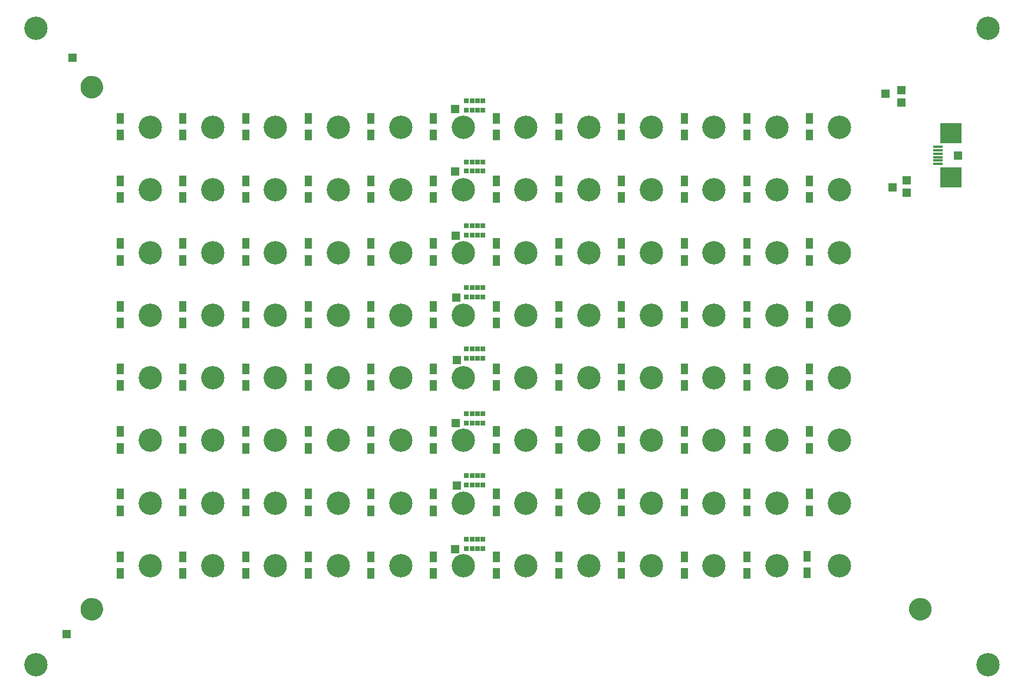
<source format=gts>
G75*
%MOIN*%
%OFA0B0*%
%FSLAX25Y25*%
%IPPOS*%
%LPD*%
%AMOC8*
5,1,8,0,0,1.08239X$1,22.5*
%
%ADD10C,0.13198*%
%ADD11C,0.08600*%
%ADD12C,0.04600*%
%ADD13R,0.04143X0.06112*%
%ADD14R,0.02569X0.03159*%
%ADD15R,0.05324X0.01781*%
%ADD16R,0.12411X0.11230*%
%ADD17R,0.04562X0.04562*%
D10*
X0064611Y0043611D03*
X0129099Y0099674D03*
X0164532Y0099674D03*
X0199965Y0099674D03*
X0235398Y0099674D03*
X0270831Y0099674D03*
X0306265Y0099674D03*
X0341698Y0099674D03*
X0377131Y0099674D03*
X0412564Y0099674D03*
X0447997Y0099674D03*
X0483430Y0099674D03*
X0518863Y0099674D03*
X0518863Y0135107D03*
X0483430Y0135107D03*
X0447997Y0135107D03*
X0412564Y0135107D03*
X0377131Y0135107D03*
X0341698Y0135107D03*
X0306265Y0135107D03*
X0270831Y0135107D03*
X0235398Y0135107D03*
X0199965Y0135107D03*
X0164532Y0135107D03*
X0129099Y0135107D03*
X0129099Y0170540D03*
X0164532Y0170540D03*
X0199965Y0170540D03*
X0235398Y0170540D03*
X0270831Y0170540D03*
X0306265Y0170540D03*
X0341698Y0170540D03*
X0377131Y0170540D03*
X0412564Y0170540D03*
X0447997Y0170540D03*
X0483430Y0170540D03*
X0518863Y0170540D03*
X0518863Y0205973D03*
X0483430Y0205973D03*
X0447997Y0205973D03*
X0412564Y0205973D03*
X0377131Y0205973D03*
X0341698Y0205973D03*
X0306265Y0205973D03*
X0270831Y0205973D03*
X0235398Y0205973D03*
X0199965Y0205973D03*
X0164532Y0205973D03*
X0129099Y0205973D03*
X0129099Y0241406D03*
X0164532Y0241406D03*
X0199965Y0241406D03*
X0235398Y0241406D03*
X0270831Y0241406D03*
X0306265Y0241406D03*
X0341698Y0241406D03*
X0377131Y0241406D03*
X0412564Y0241406D03*
X0447997Y0241406D03*
X0483430Y0241406D03*
X0518863Y0241406D03*
X0518863Y0276839D03*
X0483430Y0276839D03*
X0447997Y0276839D03*
X0412564Y0276839D03*
X0377131Y0276839D03*
X0341698Y0276839D03*
X0306265Y0276839D03*
X0270831Y0276839D03*
X0235398Y0276839D03*
X0199965Y0276839D03*
X0164532Y0276839D03*
X0129099Y0276839D03*
X0129099Y0312272D03*
X0164532Y0312272D03*
X0199965Y0312272D03*
X0235398Y0312272D03*
X0270831Y0312272D03*
X0306265Y0312272D03*
X0341698Y0312272D03*
X0377131Y0312272D03*
X0412564Y0312272D03*
X0447997Y0312272D03*
X0483430Y0312272D03*
X0518863Y0312272D03*
X0518863Y0347706D03*
X0483430Y0347706D03*
X0447997Y0347706D03*
X0412564Y0347706D03*
X0377131Y0347706D03*
X0341698Y0347706D03*
X0306265Y0347706D03*
X0270831Y0347706D03*
X0235398Y0347706D03*
X0199965Y0347706D03*
X0164532Y0347706D03*
X0129099Y0347706D03*
X0064611Y0403769D03*
X0603036Y0403769D03*
X0603036Y0043611D03*
D11*
X0562642Y0075107D02*
X0562644Y0075195D01*
X0562650Y0075283D01*
X0562660Y0075371D01*
X0562674Y0075459D01*
X0562691Y0075545D01*
X0562713Y0075631D01*
X0562738Y0075715D01*
X0562768Y0075799D01*
X0562800Y0075881D01*
X0562837Y0075961D01*
X0562877Y0076040D01*
X0562921Y0076117D01*
X0562968Y0076192D01*
X0563018Y0076264D01*
X0563072Y0076335D01*
X0563128Y0076402D01*
X0563188Y0076468D01*
X0563250Y0076530D01*
X0563316Y0076590D01*
X0563383Y0076646D01*
X0563454Y0076700D01*
X0563526Y0076750D01*
X0563601Y0076797D01*
X0563678Y0076841D01*
X0563757Y0076881D01*
X0563837Y0076918D01*
X0563919Y0076950D01*
X0564003Y0076980D01*
X0564087Y0077005D01*
X0564173Y0077027D01*
X0564259Y0077044D01*
X0564347Y0077058D01*
X0564435Y0077068D01*
X0564523Y0077074D01*
X0564611Y0077076D01*
X0564699Y0077074D01*
X0564787Y0077068D01*
X0564875Y0077058D01*
X0564963Y0077044D01*
X0565049Y0077027D01*
X0565135Y0077005D01*
X0565219Y0076980D01*
X0565303Y0076950D01*
X0565385Y0076918D01*
X0565465Y0076881D01*
X0565544Y0076841D01*
X0565621Y0076797D01*
X0565696Y0076750D01*
X0565768Y0076700D01*
X0565839Y0076646D01*
X0565906Y0076590D01*
X0565972Y0076530D01*
X0566034Y0076468D01*
X0566094Y0076402D01*
X0566150Y0076335D01*
X0566204Y0076264D01*
X0566254Y0076192D01*
X0566301Y0076117D01*
X0566345Y0076040D01*
X0566385Y0075961D01*
X0566422Y0075881D01*
X0566454Y0075799D01*
X0566484Y0075715D01*
X0566509Y0075631D01*
X0566531Y0075545D01*
X0566548Y0075459D01*
X0566562Y0075371D01*
X0566572Y0075283D01*
X0566578Y0075195D01*
X0566580Y0075107D01*
X0566578Y0075019D01*
X0566572Y0074931D01*
X0566562Y0074843D01*
X0566548Y0074755D01*
X0566531Y0074669D01*
X0566509Y0074583D01*
X0566484Y0074499D01*
X0566454Y0074415D01*
X0566422Y0074333D01*
X0566385Y0074253D01*
X0566345Y0074174D01*
X0566301Y0074097D01*
X0566254Y0074022D01*
X0566204Y0073950D01*
X0566150Y0073879D01*
X0566094Y0073812D01*
X0566034Y0073746D01*
X0565972Y0073684D01*
X0565906Y0073624D01*
X0565839Y0073568D01*
X0565768Y0073514D01*
X0565696Y0073464D01*
X0565621Y0073417D01*
X0565544Y0073373D01*
X0565465Y0073333D01*
X0565385Y0073296D01*
X0565303Y0073264D01*
X0565219Y0073234D01*
X0565135Y0073209D01*
X0565049Y0073187D01*
X0564963Y0073170D01*
X0564875Y0073156D01*
X0564787Y0073146D01*
X0564699Y0073140D01*
X0564611Y0073138D01*
X0564523Y0073140D01*
X0564435Y0073146D01*
X0564347Y0073156D01*
X0564259Y0073170D01*
X0564173Y0073187D01*
X0564087Y0073209D01*
X0564003Y0073234D01*
X0563919Y0073264D01*
X0563837Y0073296D01*
X0563757Y0073333D01*
X0563678Y0073373D01*
X0563601Y0073417D01*
X0563526Y0073464D01*
X0563454Y0073514D01*
X0563383Y0073568D01*
X0563316Y0073624D01*
X0563250Y0073684D01*
X0563188Y0073746D01*
X0563128Y0073812D01*
X0563072Y0073879D01*
X0563018Y0073950D01*
X0562968Y0074022D01*
X0562921Y0074097D01*
X0562877Y0074174D01*
X0562837Y0074253D01*
X0562800Y0074333D01*
X0562768Y0074415D01*
X0562738Y0074499D01*
X0562713Y0074583D01*
X0562691Y0074669D01*
X0562674Y0074755D01*
X0562660Y0074843D01*
X0562650Y0074931D01*
X0562644Y0075019D01*
X0562642Y0075107D01*
X0094138Y0075107D02*
X0094140Y0075195D01*
X0094146Y0075283D01*
X0094156Y0075371D01*
X0094170Y0075459D01*
X0094187Y0075545D01*
X0094209Y0075631D01*
X0094234Y0075715D01*
X0094264Y0075799D01*
X0094296Y0075881D01*
X0094333Y0075961D01*
X0094373Y0076040D01*
X0094417Y0076117D01*
X0094464Y0076192D01*
X0094514Y0076264D01*
X0094568Y0076335D01*
X0094624Y0076402D01*
X0094684Y0076468D01*
X0094746Y0076530D01*
X0094812Y0076590D01*
X0094879Y0076646D01*
X0094950Y0076700D01*
X0095022Y0076750D01*
X0095097Y0076797D01*
X0095174Y0076841D01*
X0095253Y0076881D01*
X0095333Y0076918D01*
X0095415Y0076950D01*
X0095499Y0076980D01*
X0095583Y0077005D01*
X0095669Y0077027D01*
X0095755Y0077044D01*
X0095843Y0077058D01*
X0095931Y0077068D01*
X0096019Y0077074D01*
X0096107Y0077076D01*
X0096195Y0077074D01*
X0096283Y0077068D01*
X0096371Y0077058D01*
X0096459Y0077044D01*
X0096545Y0077027D01*
X0096631Y0077005D01*
X0096715Y0076980D01*
X0096799Y0076950D01*
X0096881Y0076918D01*
X0096961Y0076881D01*
X0097040Y0076841D01*
X0097117Y0076797D01*
X0097192Y0076750D01*
X0097264Y0076700D01*
X0097335Y0076646D01*
X0097402Y0076590D01*
X0097468Y0076530D01*
X0097530Y0076468D01*
X0097590Y0076402D01*
X0097646Y0076335D01*
X0097700Y0076264D01*
X0097750Y0076192D01*
X0097797Y0076117D01*
X0097841Y0076040D01*
X0097881Y0075961D01*
X0097918Y0075881D01*
X0097950Y0075799D01*
X0097980Y0075715D01*
X0098005Y0075631D01*
X0098027Y0075545D01*
X0098044Y0075459D01*
X0098058Y0075371D01*
X0098068Y0075283D01*
X0098074Y0075195D01*
X0098076Y0075107D01*
X0098074Y0075019D01*
X0098068Y0074931D01*
X0098058Y0074843D01*
X0098044Y0074755D01*
X0098027Y0074669D01*
X0098005Y0074583D01*
X0097980Y0074499D01*
X0097950Y0074415D01*
X0097918Y0074333D01*
X0097881Y0074253D01*
X0097841Y0074174D01*
X0097797Y0074097D01*
X0097750Y0074022D01*
X0097700Y0073950D01*
X0097646Y0073879D01*
X0097590Y0073812D01*
X0097530Y0073746D01*
X0097468Y0073684D01*
X0097402Y0073624D01*
X0097335Y0073568D01*
X0097264Y0073514D01*
X0097192Y0073464D01*
X0097117Y0073417D01*
X0097040Y0073373D01*
X0096961Y0073333D01*
X0096881Y0073296D01*
X0096799Y0073264D01*
X0096715Y0073234D01*
X0096631Y0073209D01*
X0096545Y0073187D01*
X0096459Y0073170D01*
X0096371Y0073156D01*
X0096283Y0073146D01*
X0096195Y0073140D01*
X0096107Y0073138D01*
X0096019Y0073140D01*
X0095931Y0073146D01*
X0095843Y0073156D01*
X0095755Y0073170D01*
X0095669Y0073187D01*
X0095583Y0073209D01*
X0095499Y0073234D01*
X0095415Y0073264D01*
X0095333Y0073296D01*
X0095253Y0073333D01*
X0095174Y0073373D01*
X0095097Y0073417D01*
X0095022Y0073464D01*
X0094950Y0073514D01*
X0094879Y0073568D01*
X0094812Y0073624D01*
X0094746Y0073684D01*
X0094684Y0073746D01*
X0094624Y0073812D01*
X0094568Y0073879D01*
X0094514Y0073950D01*
X0094464Y0074022D01*
X0094417Y0074097D01*
X0094373Y0074174D01*
X0094333Y0074253D01*
X0094296Y0074333D01*
X0094264Y0074415D01*
X0094234Y0074499D01*
X0094209Y0074583D01*
X0094187Y0074669D01*
X0094170Y0074755D01*
X0094156Y0074843D01*
X0094146Y0074931D01*
X0094140Y0075019D01*
X0094138Y0075107D01*
X0094138Y0370383D02*
X0094140Y0370471D01*
X0094146Y0370559D01*
X0094156Y0370647D01*
X0094170Y0370735D01*
X0094187Y0370821D01*
X0094209Y0370907D01*
X0094234Y0370991D01*
X0094264Y0371075D01*
X0094296Y0371157D01*
X0094333Y0371237D01*
X0094373Y0371316D01*
X0094417Y0371393D01*
X0094464Y0371468D01*
X0094514Y0371540D01*
X0094568Y0371611D01*
X0094624Y0371678D01*
X0094684Y0371744D01*
X0094746Y0371806D01*
X0094812Y0371866D01*
X0094879Y0371922D01*
X0094950Y0371976D01*
X0095022Y0372026D01*
X0095097Y0372073D01*
X0095174Y0372117D01*
X0095253Y0372157D01*
X0095333Y0372194D01*
X0095415Y0372226D01*
X0095499Y0372256D01*
X0095583Y0372281D01*
X0095669Y0372303D01*
X0095755Y0372320D01*
X0095843Y0372334D01*
X0095931Y0372344D01*
X0096019Y0372350D01*
X0096107Y0372352D01*
X0096195Y0372350D01*
X0096283Y0372344D01*
X0096371Y0372334D01*
X0096459Y0372320D01*
X0096545Y0372303D01*
X0096631Y0372281D01*
X0096715Y0372256D01*
X0096799Y0372226D01*
X0096881Y0372194D01*
X0096961Y0372157D01*
X0097040Y0372117D01*
X0097117Y0372073D01*
X0097192Y0372026D01*
X0097264Y0371976D01*
X0097335Y0371922D01*
X0097402Y0371866D01*
X0097468Y0371806D01*
X0097530Y0371744D01*
X0097590Y0371678D01*
X0097646Y0371611D01*
X0097700Y0371540D01*
X0097750Y0371468D01*
X0097797Y0371393D01*
X0097841Y0371316D01*
X0097881Y0371237D01*
X0097918Y0371157D01*
X0097950Y0371075D01*
X0097980Y0370991D01*
X0098005Y0370907D01*
X0098027Y0370821D01*
X0098044Y0370735D01*
X0098058Y0370647D01*
X0098068Y0370559D01*
X0098074Y0370471D01*
X0098076Y0370383D01*
X0098074Y0370295D01*
X0098068Y0370207D01*
X0098058Y0370119D01*
X0098044Y0370031D01*
X0098027Y0369945D01*
X0098005Y0369859D01*
X0097980Y0369775D01*
X0097950Y0369691D01*
X0097918Y0369609D01*
X0097881Y0369529D01*
X0097841Y0369450D01*
X0097797Y0369373D01*
X0097750Y0369298D01*
X0097700Y0369226D01*
X0097646Y0369155D01*
X0097590Y0369088D01*
X0097530Y0369022D01*
X0097468Y0368960D01*
X0097402Y0368900D01*
X0097335Y0368844D01*
X0097264Y0368790D01*
X0097192Y0368740D01*
X0097117Y0368693D01*
X0097040Y0368649D01*
X0096961Y0368609D01*
X0096881Y0368572D01*
X0096799Y0368540D01*
X0096715Y0368510D01*
X0096631Y0368485D01*
X0096545Y0368463D01*
X0096459Y0368446D01*
X0096371Y0368432D01*
X0096283Y0368422D01*
X0096195Y0368416D01*
X0096107Y0368414D01*
X0096019Y0368416D01*
X0095931Y0368422D01*
X0095843Y0368432D01*
X0095755Y0368446D01*
X0095669Y0368463D01*
X0095583Y0368485D01*
X0095499Y0368510D01*
X0095415Y0368540D01*
X0095333Y0368572D01*
X0095253Y0368609D01*
X0095174Y0368649D01*
X0095097Y0368693D01*
X0095022Y0368740D01*
X0094950Y0368790D01*
X0094879Y0368844D01*
X0094812Y0368900D01*
X0094746Y0368960D01*
X0094684Y0369022D01*
X0094624Y0369088D01*
X0094568Y0369155D01*
X0094514Y0369226D01*
X0094464Y0369298D01*
X0094417Y0369373D01*
X0094373Y0369450D01*
X0094333Y0369529D01*
X0094296Y0369609D01*
X0094264Y0369691D01*
X0094234Y0369775D01*
X0094209Y0369859D01*
X0094187Y0369945D01*
X0094170Y0370031D01*
X0094156Y0370119D01*
X0094146Y0370207D01*
X0094140Y0370295D01*
X0094138Y0370383D01*
D12*
X0096107Y0370383D03*
X0096107Y0075107D03*
X0564611Y0075107D03*
D13*
X0500414Y0095631D03*
X0500414Y0105080D03*
X0466548Y0104753D03*
X0466548Y0095304D03*
X0431115Y0095304D03*
X0431115Y0104753D03*
X0395682Y0104753D03*
X0395682Y0095304D03*
X0360249Y0095304D03*
X0360249Y0104753D03*
X0360249Y0130737D03*
X0360249Y0140186D03*
X0395682Y0140186D03*
X0395682Y0130737D03*
X0431115Y0130737D03*
X0431115Y0140186D03*
X0431115Y0166170D03*
X0431115Y0175619D03*
X0395682Y0175619D03*
X0395682Y0166170D03*
X0360249Y0166170D03*
X0360249Y0175619D03*
X0360249Y0201603D03*
X0360249Y0211052D03*
X0395682Y0211052D03*
X0395682Y0201603D03*
X0431115Y0201603D03*
X0431115Y0211052D03*
X0431115Y0237036D03*
X0431115Y0246485D03*
X0395682Y0246485D03*
X0395682Y0237036D03*
X0360249Y0237036D03*
X0360249Y0246485D03*
X0360249Y0272469D03*
X0360249Y0281918D03*
X0395682Y0281918D03*
X0395682Y0272469D03*
X0431115Y0272469D03*
X0431115Y0281918D03*
X0431115Y0307902D03*
X0431115Y0317351D03*
X0395682Y0317351D03*
X0395682Y0307902D03*
X0360249Y0307902D03*
X0360249Y0317351D03*
X0360249Y0343335D03*
X0360249Y0352784D03*
X0395682Y0352784D03*
X0395682Y0343335D03*
X0431115Y0343335D03*
X0431115Y0352784D03*
X0466548Y0352784D03*
X0466548Y0343335D03*
X0501981Y0343335D03*
X0501981Y0352784D03*
X0501981Y0317351D03*
X0501981Y0307902D03*
X0466548Y0307902D03*
X0466548Y0317351D03*
X0466548Y0281918D03*
X0466548Y0272469D03*
X0501981Y0272469D03*
X0501981Y0281918D03*
X0501981Y0246485D03*
X0501981Y0237036D03*
X0466548Y0237036D03*
X0466548Y0246485D03*
X0466548Y0211052D03*
X0466548Y0201603D03*
X0501981Y0201603D03*
X0501981Y0211052D03*
X0501981Y0175619D03*
X0501981Y0166170D03*
X0466548Y0166170D03*
X0466548Y0175619D03*
X0466548Y0140186D03*
X0466548Y0130737D03*
X0501981Y0130737D03*
X0501981Y0140186D03*
X0324816Y0140186D03*
X0324816Y0130737D03*
X0289383Y0130737D03*
X0289383Y0140186D03*
X0253950Y0140186D03*
X0253950Y0130737D03*
X0253950Y0104753D03*
X0253950Y0095304D03*
X0289383Y0095304D03*
X0289383Y0104753D03*
X0324816Y0104753D03*
X0324816Y0095304D03*
X0324816Y0166170D03*
X0324816Y0175619D03*
X0289383Y0175619D03*
X0289383Y0166170D03*
X0253950Y0166170D03*
X0253950Y0175619D03*
X0253950Y0201603D03*
X0253950Y0211052D03*
X0289383Y0211052D03*
X0289383Y0201603D03*
X0324816Y0201603D03*
X0324816Y0211052D03*
X0324816Y0237036D03*
X0324816Y0246485D03*
X0289383Y0246485D03*
X0289383Y0237036D03*
X0253950Y0237036D03*
X0253950Y0246485D03*
X0253950Y0272469D03*
X0253950Y0281918D03*
X0289383Y0281918D03*
X0289383Y0272469D03*
X0324816Y0272469D03*
X0324816Y0281918D03*
X0324816Y0307902D03*
X0324816Y0317351D03*
X0289383Y0317351D03*
X0289383Y0307902D03*
X0253950Y0307902D03*
X0253950Y0317351D03*
X0253950Y0343335D03*
X0253950Y0352784D03*
X0289383Y0352784D03*
X0289383Y0343335D03*
X0324816Y0343335D03*
X0324816Y0352784D03*
X0218517Y0352784D03*
X0218517Y0343335D03*
X0183083Y0343335D03*
X0183083Y0352784D03*
X0147650Y0352784D03*
X0147650Y0343335D03*
X0147650Y0317351D03*
X0147650Y0307902D03*
X0183083Y0307902D03*
X0183083Y0317351D03*
X0218517Y0317351D03*
X0218517Y0307902D03*
X0218517Y0281918D03*
X0218517Y0272469D03*
X0183083Y0272469D03*
X0183083Y0281918D03*
X0147650Y0281918D03*
X0147650Y0272469D03*
X0147650Y0246485D03*
X0147650Y0237036D03*
X0183083Y0237036D03*
X0183083Y0246485D03*
X0218517Y0246485D03*
X0218517Y0237036D03*
X0218517Y0211052D03*
X0218517Y0201603D03*
X0183083Y0201603D03*
X0183083Y0211052D03*
X0147650Y0211052D03*
X0147650Y0201603D03*
X0147650Y0175619D03*
X0147650Y0166170D03*
X0183083Y0166170D03*
X0183083Y0175619D03*
X0218517Y0175619D03*
X0218517Y0166170D03*
X0218517Y0140186D03*
X0218517Y0130737D03*
X0183083Y0130737D03*
X0183083Y0140186D03*
X0147650Y0140186D03*
X0147650Y0130737D03*
X0147650Y0104753D03*
X0147650Y0095304D03*
X0183083Y0095304D03*
X0183083Y0104753D03*
X0218517Y0104753D03*
X0218517Y0095304D03*
X0112217Y0095304D03*
X0112217Y0104753D03*
X0112217Y0130737D03*
X0112217Y0140186D03*
X0112217Y0166170D03*
X0112217Y0175619D03*
X0112217Y0201603D03*
X0112217Y0211052D03*
X0112217Y0237036D03*
X0112217Y0246485D03*
X0112217Y0272469D03*
X0112217Y0281918D03*
X0112217Y0307902D03*
X0112217Y0317351D03*
X0112217Y0343335D03*
X0112217Y0352784D03*
D14*
X0307918Y0357489D03*
X0311068Y0357489D03*
X0314217Y0357489D03*
X0317367Y0357489D03*
X0317367Y0362804D03*
X0314217Y0362804D03*
X0311068Y0362804D03*
X0307918Y0362804D03*
X0307918Y0328158D03*
X0311068Y0328158D03*
X0314217Y0328158D03*
X0317367Y0328158D03*
X0317367Y0322843D03*
X0314217Y0322843D03*
X0311068Y0322843D03*
X0307918Y0322843D03*
X0307918Y0291938D03*
X0311068Y0291938D03*
X0314217Y0291938D03*
X0317367Y0291938D03*
X0317367Y0286623D03*
X0314217Y0286623D03*
X0311068Y0286623D03*
X0307918Y0286623D03*
X0307918Y0256898D03*
X0311068Y0256898D03*
X0314217Y0256898D03*
X0317367Y0256898D03*
X0317367Y0251583D03*
X0314217Y0251583D03*
X0311068Y0251583D03*
X0307918Y0251583D03*
X0307918Y0222253D03*
X0311068Y0222253D03*
X0314217Y0222253D03*
X0317367Y0222253D03*
X0317367Y0216938D03*
X0314217Y0216938D03*
X0311068Y0216938D03*
X0307918Y0216938D03*
X0307918Y0185639D03*
X0311068Y0185639D03*
X0314217Y0185639D03*
X0317367Y0185639D03*
X0317367Y0180324D03*
X0314217Y0180324D03*
X0311068Y0180324D03*
X0307918Y0180324D03*
X0307918Y0150599D03*
X0311068Y0150599D03*
X0314217Y0150599D03*
X0317367Y0150599D03*
X0317367Y0145284D03*
X0314217Y0145284D03*
X0311068Y0145284D03*
X0307918Y0145284D03*
X0307918Y0114772D03*
X0311068Y0114772D03*
X0314217Y0114772D03*
X0317367Y0114772D03*
X0317367Y0109457D03*
X0314217Y0109457D03*
X0311068Y0109457D03*
X0307918Y0109457D03*
D15*
X0574414Y0326879D03*
X0574414Y0328847D03*
X0574414Y0330816D03*
X0574414Y0332784D03*
X0574414Y0334753D03*
X0574414Y0336721D03*
D16*
X0581894Y0344320D03*
X0581894Y0319280D03*
D17*
X0585800Y0331800D03*
X0556800Y0317800D03*
X0556800Y0310800D03*
X0548800Y0313800D03*
X0553800Y0361800D03*
X0553800Y0368800D03*
X0544800Y0366800D03*
X0301685Y0358122D03*
X0301535Y0322822D03*
X0301785Y0286472D03*
X0302235Y0251372D03*
X0302485Y0216022D03*
X0301785Y0180222D03*
X0302585Y0144972D03*
X0301535Y0109122D03*
X0081963Y0061173D03*
X0085077Y0387085D03*
M02*

</source>
